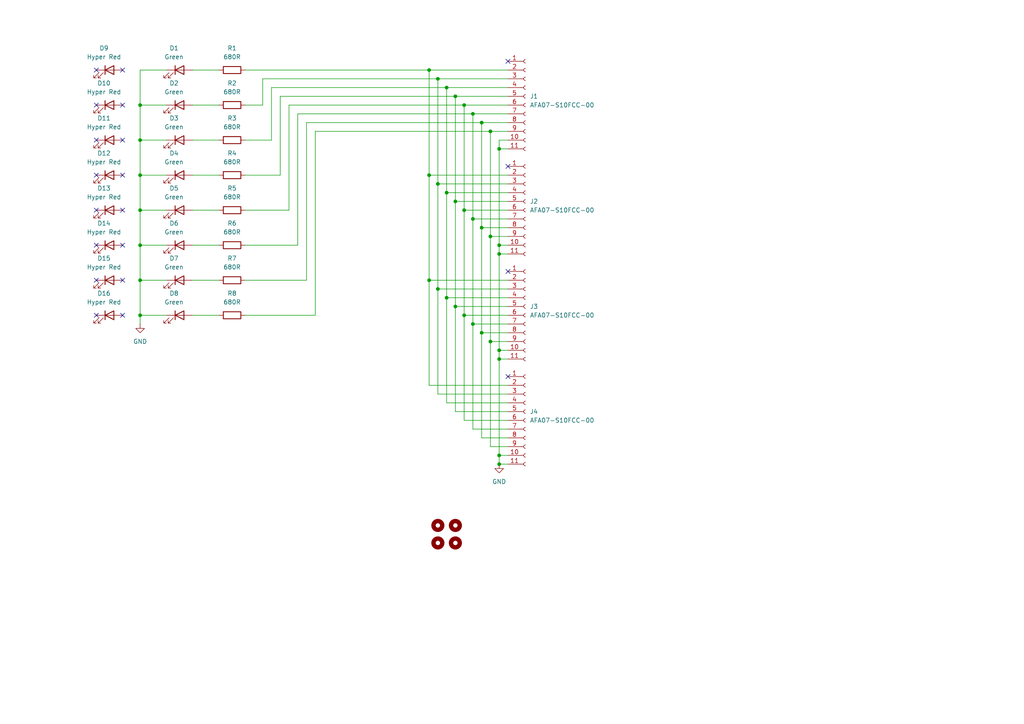
<source format=kicad_sch>
(kicad_sch (version 20231120) (generator "eeschema") (generator_version "8.0")
  (paper "A4")
  (title_block (title "${article} v${version}"))
  (lib_symbols
    (symbol "KPA-3010CGCK_1" (pin_numbers hide) (pin_names (offset 1.016) hide)
      (property "Reference" "D" (at 0 2.54 0))
      (property "Value" "Green" (at 0 -2.54 0))
      (symbol "KPA-3010CGCK_1_0_1"
        (polyline (pts (xy -1.27 -1.27) (xy -1.27 1.27)) (stroke (width 0.254)))
        (polyline (pts (xy -1.27 0) (xy 1.27 0)))
        (polyline (pts (xy 1.27 -1.27) (xy 1.27 1.27) (xy -1.27 0) (xy 1.27 -1.27)) (stroke (width 0.254)))
        (polyline (pts (xy -3.048 -0.762) (xy -4.572 -2.286) (xy -3.81 -2.286) (xy -4.572 -2.286) (xy -4.572 -1.524)))
        (polyline (pts (xy -1.778 -0.762) (xy -3.302 -2.286) (xy -2.54 -2.286) (xy -3.302 -2.286) (xy -3.302 -1.524)))
      )
      (symbol "KPA-3010CGCK_1_1_1"
        (pin passive line (at -3.81 0 0) (length 2.54) (name "K") (number "1"))
        (pin passive line (at 3.81 0 180) (length 2.54) (name "A") (number "2"))
      )
    )
    (symbol "KPA-3010CGCK_2" (pin_numbers hide) (pin_names (offset 1.016) hide)
      (property "Reference" "D" (at 0 2.54 0))
      (property "Value" "Green" (at 0 -2.54 0))
      (symbol "KPA-3010CGCK_2_0_1"
        (polyline (pts (xy -1.27 -1.27) (xy -1.27 1.27)) (stroke (width 0.254)))
        (polyline (pts (xy -1.27 0) (xy 1.27 0)))
        (polyline (pts (xy 1.27 -1.27) (xy 1.27 1.27) (xy -1.27 0) (xy 1.27 -1.27)) (stroke (width 0.254)))
        (polyline (pts (xy -3.048 -0.762) (xy -4.572 -2.286) (xy -3.81 -2.286) (xy -4.572 -2.286) (xy -4.572 -1.524)))
        (polyline (pts (xy -1.778 -0.762) (xy -3.302 -2.286) (xy -2.54 -2.286) (xy -3.302 -2.286) (xy -3.302 -1.524)))
      )
      (symbol "KPA-3010CGCK_2_1_1"
        (pin passive line (at -3.81 0 0) (length 2.54) (name "K") (number "1"))
        (pin passive line (at 3.81 0 180) (length 2.54) (name "A") (number "2"))
      )
    )
    (symbol "kicad_inventree_lib:AFA07-S10FCC-00" (pin_names (offset 1.016) hide)
      (property "Reference" "J" (at 0 12.7 0))
      (property "Value" "AFA07-S10FCC-00" (at 0 -20.32 0))
      (symbol "AFA07-S10FCC-00_1_1"
        (arc (start 0 -14.732) (mid -0.5058 -15.24) (end 0 -15.748) (stroke (width 0.1524)))
        (arc (start 0 -12.192) (mid -0.5058 -12.7) (end 0 -13.208) (stroke (width 0.1524)))
        (arc (start 0 -9.652) (mid -0.5058 -10.16) (end 0 -10.668) (stroke (width 0.1524)))
        (arc (start 0 -7.112) (mid -0.5058 -7.62) (end 0 -8.128) (stroke (width 0.1524)))
        (arc (start 0 -4.572) (mid -0.5058 -5.08) (end 0 -5.588) (stroke (width 0.1524)))
        (arc (start 0 -2.032) (mid -0.5058 -2.54) (end 0 -3.048) (stroke (width 0.1524)))
        (polyline (pts (xy -1.27 -15.24) (xy -0.508 -15.24)) (stroke (width 0.1524)))
        (polyline (pts (xy -1.27 -12.7) (xy -0.508 -12.7)) (stroke (width 0.1524)))
        (polyline (pts (xy -1.27 -10.16) (xy -0.508 -10.16)) (stroke (width 0.1524)))
        (polyline (pts (xy -1.27 -7.62) (xy -0.508 -7.62)) (stroke (width 0.1524)))
        (polyline (pts (xy -1.27 -5.08) (xy -0.508 -5.08)) (stroke (width 0.1524)))
        (polyline (pts (xy -1.27 -2.54) (xy -0.508 -2.54)) (stroke (width 0.1524)))
        (polyline (pts (xy -1.27 0) (xy -0.508 0)) (stroke (width 0.1524)))
        (polyline (pts (xy -1.27 2.54) (xy -0.508 2.54)) (stroke (width 0.1524)))
        (polyline (pts (xy -1.27 5.08) (xy -0.508 5.08)) (stroke (width 0.1524)))
        (polyline (pts (xy -1.27 7.62) (xy -0.508 7.62)) (stroke (width 0.1524)))
        (polyline (pts (xy -1.27 10.16) (xy -0.508 10.16)) (stroke (width 0.1524)))
        (arc (start 0 0.508) (mid -0.5058 0) (end 0 -0.508) (stroke (width 0.1524)))
        (arc (start 0 3.048) (mid -0.5058 2.54) (end 0 2.032) (stroke (width 0.1524)))
        (arc (start 0 5.588) (mid -0.5058 5.08) (end 0 4.572) (stroke (width 0.1524)))
        (arc (start 0 8.128) (mid -0.5058 7.62) (end 0 7.112) (stroke (width 0.1524)))
        (arc (start 0 10.668) (mid -0.5058 10.16) (end 0 9.652) (stroke (width 0.1524)))
        (pin passive line (at -5.08 10.16 0) (length 3.81) (name "Pin_1") (number "1"))
        (pin passive line (at -5.08 -12.7 0) (length 3.81) (name "Pin_10") (number "10"))
        (pin passive line (at -5.08 -15.24 0) (length 3.81) (name "Pin_11") (number "11"))
        (pin passive line (at -5.08 7.62 0) (length 3.81) (name "Pin_2") (number "2"))
        (pin passive line (at -5.08 5.08 0) (length 3.81) (name "Pin_3") (number "3"))
        (pin passive line (at -5.08 2.54 0) (length 3.81) (name "Pin_4") (number "4"))
        (pin passive line (at -5.08 0 0) (length 3.81) (name "Pin_5") (number "5"))
        (pin passive line (at -5.08 -2.54 0) (length 3.81) (name "Pin_6") (number "6"))
        (pin passive line (at -5.08 -5.08 0) (length 3.81) (name "Pin_7") (number "7"))
        (pin passive line (at -5.08 -7.62 0) (length 3.81) (name "Pin_8") (number "8"))
        (pin passive line (at -5.08 -10.16 0) (length 3.81) (name "Pin_9") (number "9"))
      )
    )
    (symbol "kicad_inventree_lib:KPA-3010CGCK" (pin_numbers hide) (pin_names (offset 1.016) hide)
      (property "Reference" "D" (at 0 2.54 0))
      (property "Value" "Green" (at 0 -2.54 0))
      (symbol "KPA-3010CGCK_0_1"
        (polyline (pts (xy -1.27 -1.27) (xy -1.27 1.27)) (stroke (width 0.254)))
        (polyline (pts (xy -1.27 0) (xy 1.27 0)))
        (polyline (pts (xy 1.27 -1.27) (xy 1.27 1.27) (xy -1.27 0) (xy 1.27 -1.27)) (stroke (width 0.254)))
        (polyline (pts (xy -3.048 -0.762) (xy -4.572 -2.286) (xy -3.81 -2.286) (xy -4.572 -2.286) (xy -4.572 -1.524)))
        (polyline (pts (xy -1.778 -0.762) (xy -3.302 -2.286) (xy -2.54 -2.286) (xy -3.302 -2.286) (xy -3.302 -1.524)))
      )
      (symbol "KPA-3010CGCK_1_1"
        (pin passive line (at -3.81 0 0) (length 2.54) (name "K") (number "1"))
        (pin passive line (at 3.81 0 180) (length 2.54) (name "A") (number "2"))
      )
    )
    (symbol "kicad_inventree_lib:KPA-3010SURCK" (pin_numbers hide) (pin_names (offset 1.016) hide)
      (property "Reference" "D" (at 0 2.54 0))
      (property "Value" "Hyper Red" (at 0 -2.54 0))
      (symbol "KPA-3010SURCK_0_1"
        (polyline (pts (xy -1.27 -1.27) (xy -1.27 1.27)) (stroke (width 0.254)))
        (polyline (pts (xy -1.27 0) (xy 1.27 0)))
        (polyline (pts (xy 1.27 -1.27) (xy 1.27 1.27) (xy -1.27 0) (xy 1.27 -1.27)) (stroke (width 0.254)))
        (polyline (pts (xy -3.048 -0.762) (xy -4.572 -2.286) (xy -3.81 -2.286) (xy -4.572 -2.286) (xy -4.572 -1.524)))
        (polyline (pts (xy -1.778 -0.762) (xy -3.302 -2.286) (xy -2.54 -2.286) (xy -3.302 -2.286) (xy -3.302 -1.524)))
      )
      (symbol "KPA-3010SURCK_1_1"
        (pin passive line (at -3.81 0 0) (length 2.54) (name "K") (number "1"))
        (pin passive line (at 3.81 0 180) (length 2.54) (name "A") (number "2"))
      )
    )
    (symbol "kicad_inventree_lib:MountingHole_M2" (pin_names (offset 1.016)) (exclude_from_sim yes) (in_bom no)
      (symbol "MountingHole_M2_0_1"
        (circle (center 0 0) (radius 1.27) (stroke (width 1.27)))
      )
    )
    (symbol "kicad_inventree_lib:R_680R_1206_1%" (pin_numbers hide) (pin_names (offset 0))
      (property "Reference" "R" (at 2.032 0 90))
      (property "Value" "680R" (at 0 0 90))
      (symbol "R_680R_1206_1%_0_1"
        (rectangle (start -1.016 -2.54) (end 1.016 2.54) (stroke (width 0.254)))
      )
      (symbol "R_680R_1206_1%_1_1"
        (pin passive line (at 0 3.81 270) (length 1.27) (name "~") (number "1"))
        (pin passive line (at 0 -3.81 90) (length 1.27) (name "~") (number "2"))
      )
    )
    (symbol "power:GND" (power) (pin_numbers hide) (pin_names (offset 0) hide)
      (property "Value" "GND" (at 0 -3.81 0))
      (symbol "GND_0_1"
        (polyline (pts (xy 0 0) (xy 0 -1.27) (xy 1.27 -1.27) (xy 0 -2.54) (xy -1.27 -1.27) (xy 0 -1.27)))
      )
      (symbol "GND_1_1"
        (pin power_in line (at 0 0 270) (length 0) (name "~") (number "1"))
      )
    )
  )
  (junction (at 124.46 81.28))
  (junction (at 132.08 58.42))
  (junction (at 127 53.34))
  (junction (at 144.78 43.18))
  (junction (at 144.78 132.08))
  (junction (at 137.16 33.02))
  (junction (at 139.7 96.52))
  (junction (at 144.78 104.14))
  (junction (at 40.64 60.96))
  (junction (at 142.24 38.1))
  (junction (at 142.24 68.58))
  (junction (at 137.16 63.5))
  (junction (at 132.08 27.94))
  (junction (at 139.7 35.56))
  (junction (at 139.7 66.04))
  (junction (at 40.64 91.44))
  (junction (at 127 83.82))
  (junction (at 144.78 101.6))
  (junction (at 40.64 71.12))
  (junction (at 132.08 88.9))
  (junction (at 144.78 71.12))
  (junction (at 129.54 55.88))
  (junction (at 134.62 91.44))
  (junction (at 127 22.86))
  (junction (at 40.64 50.8))
  (junction (at 40.64 81.28))
  (junction (at 144.78 73.66))
  (junction (at 124.46 20.32))
  (junction (at 134.62 30.48))
  (junction (at 40.64 30.48))
  (junction (at 124.46 50.8))
  (junction (at 142.24 99.06))
  (junction (at 144.78 134.62))
  (junction (at 129.54 25.4))
  (junction (at 134.62 60.96))
  (junction (at 129.54 86.36))
  (junction (at 40.64 40.64))
  (junction (at 137.16 93.98))
  (no_connect (at 147.32 48.26))
  (no_connect (at 35.56 60.96))
  (no_connect (at 27.94 30.48))
  (no_connect (at 27.94 91.44))
  (no_connect (at 27.94 50.8))
  (no_connect (at 27.94 40.64))
  (no_connect (at 27.94 81.28))
  (no_connect (at 35.56 81.28))
  (no_connect (at 147.32 78.74))
  (no_connect (at 147.32 109.22))
  (no_connect (at 35.56 30.48))
  (no_connect (at 27.94 60.96))
  (no_connect (at 27.94 71.12))
  (no_connect (at 147.32 17.78))
  (no_connect (at 27.94 20.32))
  (no_connect (at 35.56 40.64))
  (no_connect (at 35.56 20.32))
  (no_connect (at 35.56 50.8))
  (no_connect (at 35.56 71.12))
  (no_connect (at 35.56 91.44))
  (wire (pts (xy 132.08 88.9) (xy 147.32 88.9)))
  (wire (pts (xy 139.7 66.04) (xy 139.7 96.52)))
  (wire (pts (xy 137.16 33.02) (xy 147.32 33.02)))
  (wire (pts (xy 55.88 30.48) (xy 63.5 30.48)))
  (wire (pts (xy 147.32 114.3) (xy 127 114.3)))
  (wire (pts (xy 134.62 60.96) (xy 147.32 60.96)))
  (wire (pts (xy 40.64 40.64) (xy 40.64 50.8)))
  (wire (pts (xy 137.16 63.5) (xy 137.16 33.02)))
  (wire (pts (xy 134.62 91.44) (xy 134.62 60.96)))
  (wire (pts (xy 144.78 104.14) (xy 144.78 132.08)))
  (wire (pts (xy 144.78 43.18) (xy 144.78 71.12)))
  (wire (pts (xy 127 22.86) (xy 147.32 22.86)))
  (wire (pts (xy 144.78 71.12) (xy 144.78 73.66)))
  (wire (pts (xy 129.54 116.84) (xy 129.54 86.36)))
  (wire (pts (xy 132.08 119.38) (xy 132.08 88.9)))
  (wire (pts (xy 40.64 91.44) (xy 40.64 93.98)))
  (wire (pts (xy 147.32 40.64) (xy 144.78 40.64)))
  (wire (pts (xy 124.46 81.28) (xy 147.32 81.28)))
  (wire (pts (xy 78.74 25.4) (xy 129.54 25.4)))
  (wire (pts (xy 127 53.34) (xy 127 22.86)))
  (wire (pts (xy 55.88 50.8) (xy 63.5 50.8)))
  (wire (pts (xy 147.32 121.92) (xy 134.62 121.92)))
  (wire (pts (xy 40.64 60.96) (xy 40.64 71.12)))
  (wire (pts (xy 137.16 63.5) (xy 137.16 93.98)))
  (wire (pts (xy 55.88 60.96) (xy 63.5 60.96)))
  (wire (pts (xy 147.32 66.04) (xy 139.7 66.04)))
  (wire (pts (xy 147.32 93.98) (xy 137.16 93.98)))
  (wire (pts (xy 124.46 81.28) (xy 124.46 50.8)))
  (wire (pts (xy 55.88 71.12) (xy 63.5 71.12)))
  (wire (pts (xy 144.78 73.66) (xy 147.32 73.66)))
  (wire (pts (xy 142.24 99.06) (xy 142.24 129.54)))
  (wire (pts (xy 137.16 93.98) (xy 137.16 124.46)))
  (wire (pts (xy 76.2 22.86) (xy 127 22.86)))
  (wire (pts (xy 129.54 55.88) (xy 129.54 25.4)))
  (wire (pts (xy 86.36 33.02) (xy 137.16 33.02)))
  (wire (pts (xy 129.54 25.4) (xy 147.32 25.4)))
  (wire (pts (xy 132.08 88.9) (xy 132.08 58.42)))
  (wire (pts (xy 124.46 111.76) (xy 124.46 81.28)))
  (wire (pts (xy 83.82 60.96) (xy 71.12 60.96)))
  (wire (pts (xy 91.44 91.44) (xy 91.44 38.1)))
  (wire (pts (xy 124.46 20.32) (xy 147.32 20.32)))
  (wire (pts (xy 144.78 43.18) (xy 147.32 43.18)))
  (wire (pts (xy 71.12 91.44) (xy 91.44 91.44)))
  (wire (pts (xy 124.46 50.8) (xy 124.46 20.32)))
  (wire (pts (xy 40.64 50.8) (xy 40.64 60.96)))
  (wire (pts (xy 76.2 22.86) (xy 76.2 30.48)))
  (wire (pts (xy 55.88 91.44) (xy 63.5 91.44)))
  (wire (pts (xy 71.12 30.48) (xy 76.2 30.48)))
  (wire (pts (xy 142.24 99.06) (xy 147.32 99.06)))
  (wire (pts (xy 40.64 30.48) (xy 48.26 30.48)))
  (wire (pts (xy 132.08 58.42) (xy 147.32 58.42)))
  (wire (pts (xy 40.64 40.64) (xy 48.26 40.64)))
  (wire (pts (xy 132.08 27.94) (xy 147.32 27.94)))
  (wire (pts (xy 144.78 132.08) (xy 147.32 132.08)))
  (wire (pts (xy 147.32 111.76) (xy 124.46 111.76)))
  (wire (pts (xy 91.44 38.1) (xy 142.24 38.1)))
  (wire (pts (xy 55.88 20.32) (xy 63.5 20.32)))
  (wire (pts (xy 40.64 81.28) (xy 40.64 91.44)))
  (wire (pts (xy 144.78 104.14) (xy 147.32 104.14)))
  (wire (pts (xy 55.88 40.64) (xy 63.5 40.64)))
  (wire (pts (xy 40.64 50.8) (xy 48.26 50.8)))
  (wire (pts (xy 129.54 86.36) (xy 147.32 86.36)))
  (wire (pts (xy 40.64 81.28) (xy 48.26 81.28)))
  (wire (pts (xy 127 83.82) (xy 147.32 83.82)))
  (wire (pts (xy 81.28 27.94) (xy 81.28 50.8)))
  (wire (pts (xy 78.74 25.4) (xy 78.74 40.64)))
  (wire (pts (xy 139.7 66.04) (xy 139.7 35.56)))
  (wire (pts (xy 83.82 30.48) (xy 134.62 30.48)))
  (wire (pts (xy 132.08 58.42) (xy 132.08 27.94)))
  (wire (pts (xy 127 53.34) (xy 147.32 53.34)))
  (wire (pts (xy 147.32 116.84) (xy 129.54 116.84)))
  (wire (pts (xy 142.24 38.1) (xy 147.32 38.1)))
  (wire (pts (xy 55.88 81.28) (xy 63.5 81.28)))
  (wire (pts (xy 88.9 81.28) (xy 71.12 81.28)))
  (wire (pts (xy 139.7 35.56) (xy 147.32 35.56)))
  (wire (pts (xy 144.78 73.66) (xy 144.78 101.6)))
  (wire (pts (xy 86.36 33.02) (xy 86.36 71.12)))
  (wire (pts (xy 40.64 20.32) (xy 48.26 20.32)))
  (wire (pts (xy 83.82 30.48) (xy 83.82 60.96)))
  (wire (pts (xy 147.32 119.38) (xy 132.08 119.38)))
  (wire (pts (xy 88.9 35.56) (xy 139.7 35.56)))
  (wire (pts (xy 134.62 121.92) (xy 134.62 91.44)))
  (wire (pts (xy 88.9 35.56) (xy 88.9 81.28)))
  (wire (pts (xy 40.64 91.44) (xy 48.26 91.44)))
  (wire (pts (xy 81.28 27.94) (xy 132.08 27.94)))
  (wire (pts (xy 40.64 60.96) (xy 48.26 60.96)))
  (wire (pts (xy 40.64 30.48) (xy 40.64 40.64)))
  (wire (pts (xy 129.54 86.36) (xy 129.54 55.88)))
  (wire (pts (xy 144.78 101.6) (xy 147.32 101.6)))
  (wire (pts (xy 40.64 20.32) (xy 40.64 30.48)))
  (wire (pts (xy 129.54 55.88) (xy 147.32 55.88)))
  (wire (pts (xy 144.78 132.08) (xy 144.78 134.62)))
  (wire (pts (xy 137.16 63.5) (xy 147.32 63.5)))
  (wire (pts (xy 144.78 101.6) (xy 144.78 104.14)))
  (wire (pts (xy 127 83.82) (xy 127 53.34)))
  (wire (pts (xy 78.74 40.64) (xy 71.12 40.64)))
  (wire (pts (xy 124.46 50.8) (xy 147.32 50.8)))
  (wire (pts (xy 40.64 71.12) (xy 48.26 71.12)))
  (wire (pts (xy 147.32 127) (xy 139.7 127)))
  (wire (pts (xy 144.78 40.64) (xy 144.78 43.18)))
  (wire (pts (xy 147.32 129.54) (xy 142.24 129.54)))
  (wire (pts (xy 142.24 68.58) (xy 142.24 99.06)))
  (wire (pts (xy 134.62 91.44) (xy 147.32 91.44)))
  (wire (pts (xy 134.62 30.48) (xy 147.32 30.48)))
  (wire (pts (xy 81.28 50.8) (xy 71.12 50.8)))
  (wire (pts (xy 127 114.3) (xy 127 83.82)))
  (wire (pts (xy 142.24 68.58) (xy 142.24 38.1)))
  (wire (pts (xy 139.7 96.52) (xy 139.7 127)))
  (wire (pts (xy 144.78 71.12) (xy 147.32 71.12)))
  (wire (pts (xy 147.32 124.46) (xy 137.16 124.46)))
  (wire (pts (xy 40.64 71.12) (xy 40.64 81.28)))
  (wire (pts (xy 134.62 60.96) (xy 134.62 30.48)))
  (wire (pts (xy 144.78 134.62) (xy 147.32 134.62)))
  (wire (pts (xy 147.32 68.58) (xy 142.24 68.58)))
  (wire (pts (xy 86.36 71.12) (xy 71.12 71.12)))
  (wire (pts (xy 71.12 20.32) (xy 124.46 20.32)))
  (wire (pts (xy 139.7 96.52) (xy 147.32 96.52)))
  (symbol (lib_id "kicad_inventree_lib:R_680R_1206_1%") (at 67.31 81.28 90) (unit 1)
    (property "Reference" "R7" (at 67.31 74.93 90))
    (property "Value" "680R" (at 67.31 77.47 90))
    (property "Footprint" "Resistor_SMD:R_1206_3216Metric_Pad1.30x1.75mm_HandSolder" (effects (hide yes)))
    (property "Datasheet" "http://inventree.network/part/168/" (effects (hide yes)))
    (property "Description" "Resistor" (effects (hide yes)))
    (property "part_ipn" "R_680R_1206_1%" (effects (hide yes)))
  )
  (symbol (lib_id "kicad_inventree_lib:AFA07-S10FCC-00") (at 152.4 88.9 0) (unit 1)
    (property "Reference" "J3" (at 153.67 88.8999 0) (effects (justify left)))
    (property "Value" "AFA07-S10FCC-00" (at 153.67 91.4399 0) (effects (justify left)))
    (property "Footprint" "kicad_inventree_lib:CONN10_AFA07-S10_JUS" (effects (hide yes)))
    (property "Datasheet" "http://inventree.network/part/170/" (effects (hide yes)))
    (property "Description" "Generic connector, single row, 01x10, script generated" (effects (hide yes)))
    (property "part_ipn" "AFA07-S10FCC-00" (effects (hide yes)))
  )
  (symbol (lib_id "kicad_inventree_lib:KPA-3010SURCK") (at 31.75 60.96 0) (unit 1) (on_board no)
    (property "Reference" "D13" (at 30.1625 54.61 0))
    (property "Value" "Hyper Red" (at 30.1625 57.15 0))
    (property "Footprint" "kicad_inventree_lib:LED_Kingbright_KPA-3010_3x2x1mm" (effects (hide yes)))
    (property "Description" "Hyper Red" (effects (hide yes)))
  )
  (symbol (lib_id "kicad_inventree_lib:R_680R_1206_1%") (at 67.31 30.48 90) (unit 1)
    (property "Reference" "R2" (at 67.31 24.13 90))
    (property "Value" "680R" (at 67.31 26.67 90))
    (property "Footprint" "Resistor_SMD:R_1206_3216Metric_Pad1.30x1.75mm_HandSolder" (effects (hide yes)))
    (property "Datasheet" "http://inventree.network/part/168/" (effects (hide yes)))
    (property "Description" "Resistor" (effects (hide yes)))
    (property "part_ipn" "R_680R_1206_1%" (effects (hide yes)))
  )
  (symbol (lib_id "kicad_inventree_lib:R_680R_1206_1%") (at 67.31 91.44 90) (unit 1)
    (property "Reference" "R8" (at 67.31 85.09 90))
    (property "Value" "680R" (at 67.31 87.63 90))
    (property "Footprint" "Resistor_SMD:R_1206_3216Metric_Pad1.30x1.75mm_HandSolder" (effects (hide yes)))
    (property "Datasheet" "http://inventree.network/part/168/" (effects (hide yes)))
    (property "Description" "Resistor" (effects (hide yes)))
    (property "part_ipn" "R_680R_1206_1%" (effects (hide yes)))
  )
  (symbol (lib_id "power:GND") (at 144.78 134.62 0) (unit 1)
    (property "Reference" "#PWR01" (effects (hide yes)))
    (property "Value" "GND" (at 144.78 139.7 0))
    (property "Description" "Power symbol creates a global label with name \"GND\" , ground" (effects (hide yes)))
  )
  (symbol (lib_id "kicad_inventree_lib:MountingHole_M2") (at 127 157.48 0) (unit 1) (exclude_from_sim yes) (in_bom no)
    (property "Reference" "H2" (effects (hide yes)))
    (property "Value" "MountingHole_M2" (effects (hide yes)))
    (property "Footprint" "kicad_inventree_lib:MountingHole_M2" (effects (hide yes)))
    (property "Description" "Mounting Hole without connection" (effects (hide yes)))
  )
  (symbol (lib_id "kicad_inventree_lib:KPA-3010CGCK") (at 52.07 71.12 0) (unit 1)
    (property "Reference" "D6" (at 50.4825 64.77 0))
    (property "Value" "Green" (at 50.4825 67.31 0))
    (property "Footprint" "kicad_inventree_lib:LED_Kingbright_KPA-3010_3x2x1mm" (effects (hide yes)))
    (property "Description" "Green" (effects (hide yes)))
  )
  (symbol (lib_id "kicad_inventree_lib:KPA-3010SURCK") (at 31.75 20.32 0) (unit 1) (on_board no)
    (property "Reference" "D9" (at 30.1625 13.97 0))
    (property "Value" "Hyper Red" (at 30.1625 16.51 0))
    (property "Footprint" "kicad_inventree_lib:LED_Kingbright_KPA-3010_3x2x1mm" (effects (hide yes)))
    (property "Description" "Hyper Red" (effects (hide yes)))
  )
  (symbol (lib_name "KPA-3010CGCK_2") (lib_id "kicad_inventree_lib:KPA-3010CGCK") (at 52.07 30.48 0) (unit 1)
    (property "Reference" "D2" (at 50.4825 24.13 0))
    (property "Value" "Green" (at 50.4825 26.67 0))
    (property "Footprint" "kicad_inventree_lib:LED_Kingbright_KPA-3010_3x2x1mm" (effects (hide yes)))
    (property "Description" "Green" (effects (hide yes)))
  )
  (symbol (lib_id "kicad_inventree_lib:R_680R_1206_1%") (at 67.31 40.64 90) (unit 1)
    (property "Reference" "R3" (at 67.31 34.29 90))
    (property "Value" "680R" (at 67.31 36.83 90))
    (property "Footprint" "Resistor_SMD:R_1206_3216Metric_Pad1.30x1.75mm_HandSolder" (effects (hide yes)))
    (property "Datasheet" "http://inventree.network/part/168/" (effects (hide yes)))
    (property "Description" "Resistor" (effects (hide yes)))
    (property "part_ipn" "R_680R_1206_1%" (effects (hide yes)))
  )
  (symbol (lib_id "kicad_inventree_lib:KPA-3010CGCK") (at 52.07 81.28 0) (unit 1)
    (property "Reference" "D7" (at 50.4825 74.93 0))
    (property "Value" "Green" (at 50.4825 77.47 0))
    (property "Footprint" "kicad_inventree_lib:LED_Kingbright_KPA-3010_3x2x1mm" (effects (hide yes)))
    (property "Description" "Green" (effects (hide yes)))
  )
  (symbol (lib_id "kicad_inventree_lib:KPA-3010SURCK") (at 31.75 91.44 0) (unit 1) (on_board no)
    (property "Reference" "D16" (at 30.1625 85.09 0))
    (property "Value" "Hyper Red" (at 30.1625 87.63 0))
    (property "Footprint" "kicad_inventree_lib:LED_Kingbright_KPA-3010_3x2x1mm" (effects (hide yes)))
    (property "Description" "Hyper Red" (effects (hide yes)))
  )
  (symbol (lib_id "kicad_inventree_lib:KPA-3010SURCK") (at 31.75 71.12 0) (unit 1) (on_board no)
    (property "Reference" "D14" (at 30.1625 64.77 0))
    (property "Value" "Hyper Red" (at 30.1625 67.31 0))
    (property "Footprint" "kicad_inventree_lib:LED_Kingbright_KPA-3010_3x2x1mm" (effects (hide yes)))
    (property "Description" "Hyper Red" (effects (hide yes)))
  )
  (symbol (lib_id "kicad_inventree_lib:KPA-3010CGCK") (at 52.07 40.64 0) (unit 1)
    (property "Reference" "D3" (at 50.4825 34.29 0))
    (property "Value" "Green" (at 50.4825 36.83 0))
    (property "Footprint" "kicad_inventree_lib:LED_Kingbright_KPA-3010_3x2x1mm" (effects (hide yes)))
    (property "Description" "Green" (effects (hide yes)))
  )
  (symbol (lib_id "kicad_inventree_lib:KPA-3010CGCK") (at 52.07 60.96 0) (unit 1)
    (property "Reference" "D5" (at 50.4825 54.61 0))
    (property "Value" "Green" (at 50.4825 57.15 0))
    (property "Footprint" "kicad_inventree_lib:LED_Kingbright_KPA-3010_3x2x1mm" (effects (hide yes)))
    (property "Description" "Green" (effects (hide yes)))
  )
  (symbol (lib_name "KPA-3010CGCK_1") (lib_id "kicad_inventree_lib:KPA-3010CGCK") (at 52.07 20.32 0) (unit 1)
    (property "Reference" "D1" (at 50.4825 13.97 0))
    (property "Value" "Green" (at 50.4825 16.51 0))
    (property "Footprint" "kicad_inventree_lib:LED_Kingbright_KPA-3010_3x2x1mm" (effects (hide yes)))
    (property "Description" "Green" (effects (hide yes)))
  )
  (symbol (lib_id "kicad_inventree_lib:MountingHole_M2") (at 132.08 157.48 0) (unit 1) (exclude_from_sim yes) (in_bom no)
    (property "Reference" "H4" (effects (hide yes)))
    (property "Value" "MountingHole_M2" (effects (hide yes)))
    (property "Footprint" "kicad_inventree_lib:MountingHole_M2" (effects (hide yes)))
    (property "Description" "Mounting Hole without connection" (effects (hide yes)))
  )
  (symbol (lib_id "kicad_inventree_lib:KPA-3010SURCK") (at 31.75 50.8 0) (unit 1) (on_board no)
    (property "Reference" "D12" (at 30.1625 44.45 0))
    (property "Value" "Hyper Red" (at 30.1625 46.99 0))
    (property "Footprint" "kicad_inventree_lib:LED_Kingbright_KPA-3010_3x2x1mm" (effects (hide yes)))
    (property "Description" "Hyper Red" (effects (hide yes)))
  )
  (symbol (lib_id "kicad_inventree_lib:R_680R_1206_1%") (at 67.31 20.32 90) (unit 1)
    (property "Reference" "R1" (at 67.31 13.97 90))
    (property "Value" "680R" (at 67.31 16.51 90))
    (property "Footprint" "Resistor_SMD:R_1206_3216Metric_Pad1.30x1.75mm_HandSolder" (effects (hide yes)))
    (property "Datasheet" "http://inventree.network/part/168/" (effects (hide yes)))
    (property "Description" "Resistor" (effects (hide yes)))
    (property "part_ipn" "R_680R_1206_1%" (effects (hide yes)))
  )
  (symbol (lib_id "kicad_inventree_lib:KPA-3010SURCK") (at 31.75 40.64 0) (unit 1) (on_board no)
    (property "Reference" "D11" (at 30.1625 34.29 0))
    (property "Value" "Hyper Red" (at 30.1625 36.83 0))
    (property "Footprint" "kicad_inventree_lib:LED_Kingbright_KPA-3010_3x2x1mm" (effects (hide yes)))
    (property "Description" "Hyper Red" (effects (hide yes)))
  )
  (symbol (lib_id "kicad_inventree_lib:KPA-3010SURCK") (at 31.75 81.28 0) (unit 1) (on_board no)
    (property "Reference" "D15" (at 30.1625 74.93 0))
    (property "Value" "Hyper Red" (at 30.1625 77.47 0))
    (property "Footprint" "kicad_inventree_lib:LED_Kingbright_KPA-3010_3x2x1mm" (effects (hide yes)))
    (property "Description" "Hyper Red" (effects (hide yes)))
  )
  (symbol (lib_id "kicad_inventree_lib:KPA-3010CGCK") (at 52.07 91.44 0) (unit 1)
    (property "Reference" "D8" (at 50.4825 85.09 0))
    (property "Value" "Green" (at 50.4825 87.63 0))
    (property "Footprint" "kicad_inventree_lib:LED_Kingbright_KPA-3010_3x2x1mm" (effects (hide yes)))
    (property "Description" "Green" (effects (hide yes)))
  )
  (symbol (lib_id "kicad_inventree_lib:KPA-3010SURCK") (at 31.75 30.48 0) (unit 1) (on_board no)
    (property "Reference" "D10" (at 30.1625 24.13 0))
    (property "Value" "Hyper Red" (at 30.1625 26.67 0))
    (property "Footprint" "kicad_inventree_lib:LED_Kingbright_KPA-3010_3x2x1mm" (effects (hide yes)))
    (property "Description" "Hyper Red" (effects (hide yes)))
  )
  (symbol (lib_id "kicad_inventree_lib:AFA07-S10FCC-00") (at 152.4 58.42 0) (unit 1)
    (property "Reference" "J2" (at 153.67 58.4199 0) (effects (justify left)))
    (property "Value" "AFA07-S10FCC-00" (at 153.67 60.9599 0) (effects (justify left)))
    (property "Footprint" "kicad_inventree_lib:CONN10_AFA07-S10_JUS" (effects (hide yes)))
    (property "Datasheet" "http://inventree.network/part/170/" (effects (hide yes)))
    (property "Description" "Generic connector, single row, 01x10, script generated" (effects (hide yes)))
    (property "part_ipn" "AFA07-S10FCC-00" (effects (hide yes)))
  )
  (symbol (lib_id "kicad_inventree_lib:R_680R_1206_1%") (at 67.31 50.8 90) (unit 1)
    (property "Reference" "R4" (at 67.31 44.45 90))
    (property "Value" "680R" (at 67.31 46.99 90))
    (property "Footprint" "Resistor_SMD:R_1206_3216Metric_Pad1.30x1.75mm_HandSolder" (effects (hide yes)))
    (property "Datasheet" "http://inventree.network/part/168/" (effects (hide yes)))
    (property "Description" "Resistor" (effects (hide yes)))
    (property "part_ipn" "R_680R_1206_1%" (effects (hide yes)))
  )
  (symbol (lib_id "kicad_inventree_lib:MountingHole_M2") (at 127 152.4 0) (unit 1) (exclude_from_sim yes) (in_bom no)
    (property "Reference" "H1" (effects (hide yes)))
    (property "Value" "MountingHole_M2" (effects (hide yes)))
    (property "Footprint" "kicad_inventree_lib:MountingHole_M2" (effects (hide yes)))
    (property "Description" "Mounting Hole without connection" (effects (hide yes)))
  )
  (symbol (lib_id "kicad_inventree_lib:AFA07-S10FCC-00") (at 152.4 119.38 0) (unit 1)
    (property "Reference" "J4" (at 153.67 119.3799 0) (effects (justify left)))
    (property "Value" "AFA07-S10FCC-00" (at 153.67 121.9199 0) (effects (justify left)))
    (property "Footprint" "kicad_inventree_lib:CONN10_AFA07-S10_JUS" (effects (hide yes)))
    (property "Datasheet" "http://inventree.network/part/170/" (effects (hide yes)))
    (property "Description" "Generic connector, single row, 01x10, script generated" (effects (hide yes)))
    (property "part_ipn" "AFA07-S10FCC-00" (effects (hide yes)))
  )
  (symbol (lib_id "kicad_inventree_lib:R_680R_1206_1%") (at 67.31 60.96 90) (unit 1)
    (property "Reference" "R5" (at 67.31 54.61 90))
    (property "Value" "680R" (at 67.31 57.15 90))
    (property "Footprint" "Resistor_SMD:R_1206_3216Metric_Pad1.30x1.75mm_HandSolder" (effects (hide yes)))
    (property "Datasheet" "http://inventree.network/part/168/" (effects (hide yes)))
    (property "Description" "Resistor" (effects (hide yes)))
    (property "part_ipn" "R_680R_1206_1%" (effects (hide yes)))
  )
  (symbol (lib_id "kicad_inventree_lib:KPA-3010CGCK") (at 52.07 50.8 0) (unit 1)
    (property "Reference" "D4" (at 50.4825 44.45 0))
    (property "Value" "Green" (at 50.4825 46.99 0))
    (property "Footprint" "kicad_inventree_lib:LED_Kingbright_KPA-3010_3x2x1mm" (effects (hide yes)))
    (property "Description" "Green" (effects (hide yes)))
  )
  (symbol (lib_id "kicad_inventree_lib:MountingHole_M2") (at 132.08 152.4 0) (unit 1) (exclude_from_sim yes) (in_bom no)
    (property "Reference" "H3" (effects (hide yes)))
    (property "Value" "MountingHole_M2" (effects (hide yes)))
    (property "Footprint" "kicad_inventree_lib:MountingHole_M2" (effects (hide yes)))
    (property "Description" "Mounting Hole without connection" (effects (hide yes)))
  )
  (symbol (lib_id "power:GND") (at 40.64 93.98 0) (unit 1)
    (property "Reference" "#PWR02" (effects (hide yes)))
    (property "Value" "GND" (at 40.64 99.06 0))
    (property "Description" "Power symbol creates a global label with name \"GND\" , ground" (effects (hide yes)))
  )
  (symbol (lib_id "kicad_inventree_lib:AFA07-S10FCC-00") (at 152.4 27.94 0) (unit 1)
    (property "Reference" "J1" (at 153.67 27.9399 0) (effects (justify left)))
    (property "Value" "AFA07-S10FCC-00" (at 153.67 30.4799 0) (effects (justify left)))
    (property "Footprint" "kicad_inventree_lib:CONN10_AFA07-S10_JUS" (effects (hide yes)))
    (property "Datasheet" "http://inventree.network/part/170/" (effects (hide yes)))
    (property "Description" "Generic connector, single row, 01x10, script generated" (effects (hide yes)))
    (property "part_ipn" "AFA07-S10FCC-00" (effects (hide yes)))
  )
  (symbol (lib_id "kicad_inventree_lib:R_680R_1206_1%") (at 67.31 71.12 90) (unit 1)
    (property "Reference" "R6" (at 67.31 64.77 90))
    (property "Value" "680R" (at 67.31 67.31 90))
    (property "Footprint" "Resistor_SMD:R_1206_3216Metric_Pad1.30x1.75mm_HandSolder" (effects (hide yes)))
    (property "Datasheet" "http://inventree.network/part/168/" (effects (hide yes)))
    (property "Description" "Resistor" (effects (hide yes)))
    (property "part_ipn" "R_680R_1206_1%" (effects (hide yes)))
  )
)
</source>
